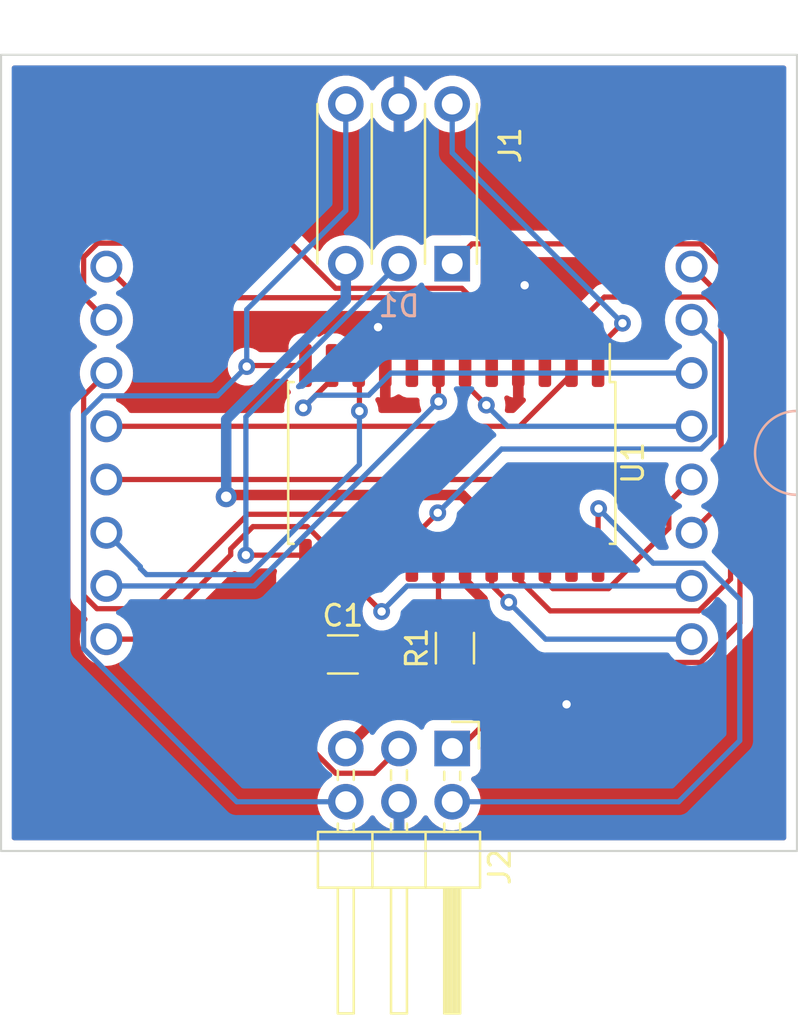
<source format=kicad_pcb>
(kicad_pcb (version 20211014) (generator pcbnew)
  (title_block (title "Ir.") (date "Vandaag") (rev ">0") (company "Ja, leuk"))
  (layers (0 "F.Cu" signal) (31 "B.Cu" signal) (34 "B.Paste" user) (35 "F.Paste" user) (36 "B.SilkS" user "B.Silkscreen") (37 "F.SilkS" user "F.Silkscreen") (38 "B.Mask" user) (39 "F.Mask" user) (44 "Edge.Cuts" user))
  (net 0 "")
  (net 1 "GND")
  (net 2 "Vcc")
  (net 3 "row5")
  (net 4 "row7")
  (net 5 "column2")
  (net 6 "column3")
  (net 7 "row8")
  (net 8 "column5")
  (net 9 "row6")
  (net 10 "row3")
  (net 11 "row1")
  (net 12 "column4")
  (net 13 "column6")
  (net 14 "row4")
  (net 15 "column1")
  (net 16 "row2")
  (net 17 "column7")
  (net 18 "column8")
  (net 19 "D_fwd")
  (net 20 "Din")
  (net 21 "clk")
  (net 22 "load")
  (net 23 "Dout")
  (net 24 "Net-(R1-Pad2)")
  (footprint "led-matrix:PinSocket_2x03_P2.54mm_Horizontal" (layer "F.Cu") (at 121.54 109.97 -90)
    (fp_text reference "J1" (at -5.65 -2.77 -90) (layer "F.SilkS"))
    (fp_text value "Conn_02x03_Input")
    (fp_line (start -7.62 3.83905) (end 0 3.83905) (layer "F.SilkS") (width 0.12))
    (fp_line (start -7.62 6.43905) (end 0 6.43905) (layer "F.SilkS") (width 0.12))
    (fp_line (start -7.62 1.29905) (end 0 1.29905) (layer "F.SilkS") (width 0.12))
    (fp_line (start -7.62 -1.18095) (end 0 -1.18095) (layer "F.SilkS") (width 0.12))
    (pad "1" thru_hole rect (at 0 0 270) (size 1.7 1.7) (drill 1) (layers *.Cu *.Mask) (net 19 "D_fwd"))
    (pad "2" thru_hole oval (at -7.62 0 270) (size 1.7 1.7) (drill 1) (layers *.Cu *.Mask) (net 20 "Din"))
    (pad "3" thru_hole oval (at 0 2.54 270) (size 1.7 1.7) (drill 1) (layers *.Cu *.Mask) (net 21 "clk"))
    (pad "4" thru_hole oval (at -7.62 2.54 270) (size 1.7 1.7) (drill 1) (layers *.Cu *.Mask) (net 1 "GND"))
    (pad "5" thru_hole oval (at 0 5.08 270) (size 1.7 1.7) (drill 1) (layers *.Cu *.Mask) (net 2 "Vcc"))
    (pad "6" thru_hole oval (at -7.62 5.08 270) (size 1.7 1.7) (drill 1) (layers *.Cu *.Mask) (net 22 "load"))
  )
  (footprint "Resistor_SMD:R_1206_3216Metric_Pad1.30x1.75mm_HandSolder" (layer "F.Cu") (at 121.67 128.32 90)
    (fp_text reference "R1" (at 0 -1.82 90) (layer "F.SilkS"))
    (fp_text value "28 K")
    (fp_line (start -0.727064 -0.91) (end 0.727064 -0.91) (layer "F.SilkS") (width 0.12))
    (fp_line (start -0.727064 0.91) (end 0.727064 0.91) (layer "F.SilkS") (width 0.12))
    (pad "1" smd roundrect (at -1.55 0 90) (size 1.3 1.75) (layers "F.Cu" "F.Paste" "F.Mask") (roundrect_rratio 0.192308) (net 2 "Vcc"))
    (pad "2" smd roundrect (at 1.55 0 90) (size 1.3 1.75) (layers "F.Cu" "F.Paste" "F.Mask") (roundrect_rratio 0.192308) (net 24 "Net-(R1-Pad2)"))
  )
  (footprint "Package_SO:SOIC-24W_7.5x15.4mm_P1.27mm" (layer "F.Cu") (at 121.52 119.48 -90)
    (fp_text reference "U1" (at 0 -8.65 90) (layer "F.SilkS"))
    (fp_text value "MAX7219")
    (fp_line (start -3.86 -7.81) (end -3.86 -7.545) (layer "F.SilkS") (width 0.12))
    (fp_line (start 0 7.81) (end -3.86 7.81) (layer "F.SilkS") (width 0.12))
    (fp_line (start -3.86 7.81) (end -3.86 7.545) (layer "F.SilkS") (width 0.12))
    (fp_line (start 0 -7.81) (end 3.86 -7.81) (layer "F.SilkS") (width 0.12))
    (fp_line (start 0 7.81) (end 3.86 7.81) (layer "F.SilkS") (width 0.12))
    (fp_line (start 3.86 -7.81) (end 3.86 -7.545) (layer "F.SilkS") (width 0.12))
    (fp_line (start 0 -7.81) (end -3.86 -7.81) (layer "F.SilkS") (width 0.12))
    (fp_line (start 3.86 7.81) (end 3.86 7.545) (layer "F.SilkS") (width 0.12))
    (fp_line (start -3.86 -7.545) (end -5.675 -7.545) (layer "F.SilkS") (width 0.12))
    (pad "1" smd roundrect (at -4.65 -6.985 270) (size 2.05 0.6) (layers "F.Cu" "F.Paste" "F.Mask") (net 20 "Din"))
    (pad "2" smd roundrect (at -4.65 -5.715 270) (size 2.05 0.6) (layers "F.Cu" "F.Paste" "F.Mask") (net 15 "column1"))
    (pad "3" smd roundrect (at -4.65 -4.445 270) (size 2.05 0.6) (layers "F.Cu" "F.Paste" "F.Mask") (net 8 "column5"))
    (pad "4" smd roundrect (at -4.65 -3.175 270) (size 2.05 0.6) (layers "F.Cu" "F.Paste" "F.Mask") (net 1 "GND"))
    (pad "5" smd roundrect (at -4.65 -1.905 270) (size 2.05 0.6) (layers "F.Cu" "F.Paste" "F.Mask") (net 17 "column7"))
    (pad "6" smd roundrect (at -4.65 -0.635 270) (size 2.05 0.6) (layers "F.Cu" "F.Paste" "F.Mask") (net 6 "column3"))
    (pad "7" smd roundrect (at -4.65 0.635 270) (size 2.05 0.6) (layers "F.Cu" "F.Paste" "F.Mask") (net 12 "column4"))
    (pad "8" smd roundrect (at -4.65 1.905 270) (size 2.05 0.6) (layers "F.Cu" "F.Paste" "F.Mask") (net 18 "column8"))
    (pad "9" smd roundrect (at -4.65 3.175 270) (size 2.05 0.6) (layers "F.Cu" "F.Paste" "F.Mask") (net 1 "GND"))
    (pad "10" smd roundrect (at -4.65 4.445 270) (size 2.05 0.6) (layers "F.Cu" "F.Paste" "F.Mask") (net 13 "column6"))
    (pad "11" smd roundrect (at -4.65 5.715 270) (size 2.05 0.6) (layers "F.Cu" "F.Paste" "F.Mask") (net 5 "column2"))
    (pad "12" smd roundrect (at -4.65 6.985 270) (size 2.05 0.6) (layers "F.Cu" "F.Paste" "F.Mask") (net 22 "load"))
    (pad "13" smd roundrect (at 4.65 6.985 270) (size 2.05 0.6) (layers "F.Cu" "F.Paste" "F.Mask") (net 21 "clk"))
    (pad "14" smd roundrect (at 4.65 5.715 270) (size 2.05 0.6) (layers "F.Cu" "F.Paste" "F.Mask") (net 11 "row1"))
    (pad "15" smd roundrect (at 4.65 4.445 270) (size 2.05 0.6) (layers "F.Cu" "F.Paste" "F.Mask") (net 9 "row6"))
    (pad "16" smd roundrect (at 4.65 3.175 270) (size 2.05 0.6) (layers "F.Cu" "F.Paste" "F.Mask") (net 16 "row2"))
    (pad "17" smd roundrect (at 4.65 1.905 270) (size 2.05 0.6) (layers "F.Cu" "F.Paste" "F.Mask") (net 4 "row7"))
    (pad "18" smd roundrect (at 4.65 0.635 270) (size 2.05 0.6) (layers "F.Cu" "F.Paste" "F.Mask") (net 24 "Net-(R1-Pad2)"))
    (pad "19" smd roundrect (at 4.65 -0.635 270) (size 2.05 0.6) (layers "F.Cu" "F.Paste" "F.Mask") (net 2 "Vcc"))
    (pad "20" smd roundrect (at 4.65 -1.905 270) (size 2.05 0.6) (layers "F.Cu" "F.Paste" "F.Mask") (net 10 "row3"))
    (pad "21" smd roundrect (at 4.65 -3.175 270) (size 2.05 0.6) (layers "F.Cu" "F.Paste" "F.Mask") (net 3 "row5"))
    (pad "22" smd roundrect (at 4.65 -4.445 270) (size 2.05 0.6) (layers "F.Cu" "F.Paste" "F.Mask") (net 7 "row8"))
    (pad "23" smd roundrect (at 4.65 -5.715 270) (size 2.05 0.6) (layers "F.Cu" "F.Paste" "F.Mask") (net 14 "row4"))
    (pad "24" smd roundrect (at 4.65 -6.985 270) (size 2.05 0.6) (layers "F.Cu" "F.Paste" "F.Mask") (net 23 "Dout"))
  )
  (footprint "Connector_PinHeader_2.54mm:PinHeader_2x03_P2.54mm_Horizontal" (layer "F.Cu") (at 121.54 133.11 -90)
    (fp_text reference "J2" (at 5.655 -2.27 90) (layer "F.SilkS"))
    (fp_text value "Conn_02x03_Output")
    (fp_line (start 12.64 0.38) (end 6.64 0.38) (layer "F.SilkS") (width 0.12))
    (fp_line (start 6.64 -0.08) (end 12.64 -0.08) (layer "F.SilkS") (width 0.12))
    (fp_line (start 6.64 0.16) (end 12.64 0.16) (layer "F.SilkS") (width 0.12))
    (fp_line (start 6.64 -0.38) (end 12.64 -0.38) (layer "F.SilkS") (width 0.12))
    (fp_line (start 6.64 2.16) (end 12.64 2.16) (layer "F.SilkS") (width 0.12))
    (fp_line (start 3.98 -1.33) (end 3.98 6.41) (layer "F.SilkS") (width 0.12))
    (fp_line (start -1.27 0) (end -1.27 -1.27) (layer "F.SilkS") (width 0.12))
    (fp_line (start 6.64 6.41) (end 6.64 -1.33) (layer "F.SilkS") (width 0.12))
    (fp_line (start 6.64 -1.33) (end 3.98 -1.33) (layer "F.SilkS") (width 0.12))
    (fp_line (start 6.64 0.28) (end 12.64 0.28) (layer "F.SilkS") (width 0.12))
    (fp_line (start 6.64 -0.32) (end 12.64 -0.32) (layer "F.SilkS") (width 0.12))
    (fp_line (start -1.27 -1.27) (end 0 -1.27) (layer "F.SilkS") (width 0.12))
    (fp_line (start 3.582929 4.7) (end 3.98 4.7) (layer "F.SilkS") (width 0.12))
    (fp_line (start 1.042929 5.46) (end 1.497071 5.46) (layer "F.SilkS") (width 0.12))
    (fp_line (start 1.11 -0.38) (end 1.497071 -0.38) (layer "F.SilkS") (width 0.12))
    (fp_line (start 3.582929 2.92) (end 3.98 2.92) (layer "F.SilkS") (width 0.12))
    (fp_line (start 1.042929 2.92) (end 1.497071 2.92) (layer "F.SilkS") (width 0.12))
    (fp_line (start 3.98 1.27) (end 6.64 1.27) (layer "F.SilkS") (width 0.12))
    (fp_line (start 12.64 2.92) (end 6.64 2.92) (layer "F.SilkS") (width 0.12))
    (fp_line (start 3.582929 -0.38) (end 3.98 -0.38) (layer "F.SilkS") (width 0.12))
    (fp_line (start 3.582929 5.46) (end 3.98 5.46) (layer "F.SilkS") (width 0.12))
    (fp_line (start 12.64 5.46) (end 6.64 5.46) (layer "F.SilkS") (width 0.12))
    (fp_line (start 3.98 3.81) (end 6.64 3.81) (layer "F.SilkS") (width 0.12))
    (fp_line (start 1.11 0.38) (end 1.497071 0.38) (layer "F.SilkS") (width 0.12))
    (fp_line (start 3.582929 0.38) (end 3.98 0.38) (layer "F.SilkS") (width 0.12))
    (fp_line (start 12.64 -0.38) (end 12.64 0.38) (layer "F.SilkS") (width 0.12))
    (fp_line (start 3.98 6.41) (end 6.64 6.41) (layer "F.SilkS") (width 0.12))
    (fp_line (start 1.042929 4.7) (end 1.497071 4.7) (layer "F.SilkS") (width 0.12))
    (fp_line (start 6.64 0.04) (end 12.64 0.04) (layer "F.SilkS") (width 0.12))
    (fp_line (start 12.64 2.16) (end 12.64 2.92) (layer "F.SilkS") (width 0.12))
    (fp_line (start 6.64 -0.2) (end 12.64 -0.2) (layer "F.SilkS") (width 0.12))
    (fp_line (start 12.64 4.7) (end 12.64 5.46) (layer "F.SilkS") (width 0.12))
    (fp_line (start 6.64 4.7) (end 12.64 4.7) (layer "F.SilkS") (width 0.12))
    (fp_line (start 3.582929 2.16) (end 3.98 2.16) (layer "F.SilkS") (width 0.12))
    (fp_line (start 1.042929 2.16) (end 1.497071 2.16) (layer "F.SilkS") (width 0.12))
    (pad "1" thru_hole rect (at 0 0 270) (size 1.7 1.7) (drill 1) (layers *.Cu *.Mask) (net 19 "D_fwd"))
    (pad "2" thru_hole oval (at 2.54 0 270) (size 1.7 1.7) (drill 1) (layers *.Cu *.Mask) (net 23 "Dout"))
    (pad "3" thru_hole oval (at 0 2.54 270) (size 1.7 1.7) (drill 1) (layers *.Cu *.Mask) (net 21 "clk"))
    (pad "4" thru_hole oval (at 2.54 2.54 270) (size 1.7 1.7) (drill 1) (layers *.Cu *.Mask) (net 1 "GND"))
    (pad "5" thru_hole oval (at 0 5.08 270) (size 1.7 1.7) (drill 1) (layers *.Cu *.Mask) (net 2 "Vcc"))
    (pad "6" thru_hole oval (at 2.54 5.08 270) (size 1.7 1.7) (drill 1) (layers *.Cu *.Mask) (net 22 "load"))
  )
  (footprint "Capacitor_SMD:C_1206_3216Metric_Pad1.33x1.80mm_HandSolder" (layer "F.Cu") (at 116.32 128.62)
    (fp_text reference "C1" (at 0 -1.85) (layer "F.SilkS"))
    (fp_text value "0.1 uF")
    (fp_line (start -0.711252 -0.91) (end 0.711252 -0.91) (layer "F.SilkS") (width 0.12))
    (fp_line (start -0.711252 0.91) (end 0.711252 0.91) (layer "F.SilkS") (width 0.12))
    (pad "1" smd roundrect (at -1.5625 0) (size 1.325 1.8) (layers "F.Cu" "F.Paste" "F.Mask") (roundrect_rratio 0.188679) (net 1 "GND"))
    (pad "2" smd roundrect (at 1.5625 0) (size 1.325 1.8) (layers "F.Cu" "F.Paste" "F.Mask") (roundrect_rratio 0.188679) (net 2 "Vcc"))
  )
  (footprint "led-matrix:8x8_led_matrix_38mm" (layer "B.Cu") (at 119 119 180)
    (fp_text reference "D1" (at 0 7 unlocked) (layer "B.SilkS") (effects (justify mirror)))
    (fp_text value "1588BS")
    (fp_arc (start -19 -2) (mid -17 0) (end -19 2) (layer "B.SilkS") (width 0.12))
    (pad "1" thru_hole circle (at -13.97 8.89 180) (size 1.524 1.524) (drill 1) (layers *.Cu *.Mask) (net 3 "row5"))
    (pad "2" thru_hole circle (at -13.97 6.35 180) (size 1.524 1.524) (drill 1) (layers *.Cu *.Mask) (net 4 "row7"))
    (pad "3" thru_hole circle (at -13.97 3.81 180) (size 1.524 1.524) (drill 1) (layers *.Cu *.Mask) (net 5 "column2"))
    (pad "4" thru_hole circle (at -13.97 1.27 180) (size 1.524 1.524) (drill 1) (layers *.Cu *.Mask) (net 6 "column3"))
    (pad "5" thru_hole circle (at -13.97 -1.27 180) (size 1.524 1.524) (drill 1) (layers *.Cu *.Mask) (net 7 "row8"))
    (pad "6" thru_hole circle (at -13.97 -3.81 180) (size 1.524 1.524) (drill 1) (layers *.Cu *.Mask) (net 8 "column5"))
    (pad "7" thru_hole circle (at -13.97 -6.35 180) (size 1.524 1.524) (drill 1) (layers *.Cu *.Mask) (net 9 "row6"))
    (pad "8" thru_hole circle (at -13.97 -8.89 180) (size 1.524 1.524) (drill 1) (layers *.Cu *.Mask) (net 10 "row3"))
    (pad "9" thru_hole circle (at 13.97 -8.89 180) (size 1.524 1.524) (drill 1) (layers *.Cu *.Mask) (net 11 "row1"))
    (pad "10" thru_hole circle (at 13.97 -6.35 180) (size 1.524 1.524) (drill 1) (layers *.Cu *.Mask) (net 12 "column4"))
    (pad "11" thru_hole circle (at 13.97 -3.81 180) (size 1.524 1.524) (drill 1) (layers *.Cu *.Mask) (net 13 "column6"))
    (pad "12" thru_hole circle (at 13.97 -1.27 180) (size 1.524 1.524) (drill 1) (layers *.Cu *.Mask) (net 14 "row4"))
    (pad "13" thru_hole circle (at 13.97 1.27 180) (size 1.524 1.524) (drill 1) (layers *.Cu *.Mask) (net 15 "column1"))
    (pad "14" thru_hole circle (at 13.97 3.81 180) (size 1.524 1.524) (drill 1) (layers *.Cu *.Mask) (net 16 "row2"))
    (pad "15" thru_hole circle (at 13.97 6.35 180) (size 1.524 1.524) (drill 1) (layers *.Cu *.Mask) (net 17 "column7"))
    (pad "16" thru_hole circle (at 13.97 8.89 180) (size 1.524 1.524) (drill 1) (layers *.Cu *.Mask) (net 18 "column8"))
  )
  (gr_rect (start 100 100) (end 138 138) (layer "Edge.Cuts") (width 0.1) (fill none))
  (segment (start 118.345 113.345) (end 118 113) (width 0.25) (layer "F.Cu") (net 1))
  (segment (start 118.345 114.83) (end 118.345 113.345) (width 0.25) (layer "F.Cu") (net 1))
  (via (at 125 111) (size 0.8) (drill 0.4) (layers "F.Cu" "B.Cu") (net 1))
  (via (at 118 113) (size 0.8) (drill 0.4) (layers "F.Cu" "B.Cu") (net 1))
  (via (at 127 131) (size 0.8) (drill 0.4) (layers "F.Cu" "B.Cu") (net 1))
  (segment (start 122.75 121.75) (end 122.010489 121.010489) (width 0.5) (layer "F.Cu") (net 2))
  (segment (start 122.99452 128.54548) (end 122.99452 125.99452) (width 0.5) (layer "F.Cu") (net 2))
  (segment (start 122.155 123.095) (end 122.75 122.5) (width 0.5) (layer "F.Cu") (net 2))
  (segment (start 116.46 133.11) (end 119.7 129.87) (width 0.5) (layer "F.Cu") (net 2))
  (segment (start 122.155 125.155) (end 122.155 124.13) (width 0.5) (layer "F.Cu") (net 2))
  (segment (start 121.67 129.87) (end 122.99452 128.54548) (width 0.5) (layer "F.Cu") (net 2))
  (segment (start 117.8825 128.62) (end 118.45 128.62) (width 0.5) (layer "F.Cu") (net 2))
  (segment (start 119.7 129.87) (end 121.67 129.87) (width 0.5) (layer "F.Cu") (net 2))
  (segment (start 122.75 122.5) (end 122.75 121.75) (width 0.5) (layer "F.Cu") (net 2))
  (segment (start 110.8445 121) (end 110.75 121.0945) (width 0.25) (layer "F.Cu") (net 2))
  (segment (start 122.010489 121.010489) (end 110.834011 121.010489) (width 0.5) (layer "F.Cu") (net 2))
  (segment (start 122.155 124.13) (end 122.155 123.095) (width 0.5) (layer "F.Cu") (net 2))
  (segment (start 110.834011 121.010489) (end 110.75 121.0945) (width 0.5) (layer "F.Cu") (net 2))
  (segment (start 118.45 128.62) (end 119.7 129.87) (width 0.5) (layer "F.Cu") (net 2))
  (segment (start 122.99452 125.99452) (end 122.155 125.155) (width 0.5) (layer "F.Cu") (net 2))
  (via (at 110.75 121.0945) (size 1) (drill 0.5) (layers "F.Cu" "B.Cu") (net 2))
  (segment (start 116.46 109.97) (end 116.46 111.697506) (width 0.5) (layer "B.Cu") (net 2))
  (segment (start 110.75 117.407506) (end 110.75 121.0945) (width 0.5) (layer "B.Cu") (net 2))
  (segment (start 116.46 111.697506) (end 110.75 117.407506) (width 0.5) (layer "B.Cu") (net 2))
  (segment (start 132.97 110.11) (end 134.82952 111.96952) (width 0.25) (layer "F.Cu") (net 3))
  (segment (start 134.82952 111.96952) (end 134.82952 125.02704) (width 0.25) (layer "F.Cu") (net 3))
  (segment (start 124.695 125.015) (end 124.695 124.13) (width 0.25) (layer "F.Cu") (net 3))
  (segment (start 134.82952 125.02704) (end 133.31656 126.54) (width 0.25) (layer "F.Cu") (net 3))
  (segment (start 133.31656 126.54) (end 126.22 126.54) (width 0.25) (layer "F.Cu") (net 3))
  (segment (start 126.22 126.54) (end 124.695 125.015) (width 0.25) (layer "F.Cu") (net 3))
  (segment (start 119.615 123.095) (end 120.85 121.86) (width 0.25) (layer "F.Cu") (net 4))
  (segment (start 119.615 124.13) (end 119.615 123.095) (width 0.25) (layer "F.Cu") (net 4))
  (via (at 120.85 121.86) (size 0.8) (drill 0.4) (layers "F.Cu" "B.Cu") (net 4))
  (segment (start 134.07 118.16656) (end 134.07 113.75) (width 0.25) (layer "B.Cu") (net 4))
  (segment (start 133.420049 118.816511) (end 134.07 118.16656) (width 0.25) (layer "B.Cu") (net 4))
  (segment (start 134.07 113.75) (end 132.97 112.65) (width 0.25) (layer "B.Cu") (net 4))
  (segment (start 120.85 121.86) (end 123.893489 118.816511) (width 0.25) (layer "B.Cu") (net 4))
  (segment (start 123.893489 118.816511) (end 133.420049 118.816511) (width 0.25) (layer "B.Cu") (net 4))
  (segment (start 115.805 114.83) (end 115.805 115.475) (width 0.25) (layer "F.Cu") (net 5))
  (segment (start 115.805 115.475) (end 114.43 116.85) (width 0.25) (layer "F.Cu") (net 5))
  (via (at 114.43 116.85) (size 0.8) (drill 0.4) (layers "F.Cu" "B.Cu") (net 5))
  (segment (start 114.43 116.85) (end 115.034511 116.245489) (width 0.25) (layer "B.Cu") (net 5))
  (segment (start 115.034511 116.245489) (end 117.555489 116.245489) (width 0.25) (layer "B.Cu") (net 5))
  (segment (start 117.555489 116.245489) (end 118.610978 115.19) (width 0.25) (layer "B.Cu") (net 5))
  (segment (start 118.610978 115.19) (end 132.97 115.19) (width 0.25) (layer "B.Cu") (net 5))
  (segment (start 122.155 114.83) (end 122.155 114.885) (width 0.25) (layer "F.Cu") (net 6))
  (segment (start 122.15 114.89) (end 122.15 115.7) (width 0.25) (layer "F.Cu") (net 6))
  (segment (start 122.155 114.885) (end 122.15 114.89) (width 0.25) (layer "F.Cu") (net 6))
  (segment (start 122.15 115.7) (end 123.17 116.72) (width 0.25) (layer "F.Cu") (net 6))
  (via (at 123.17 116.72) (size 0.8) (drill 0.4) (layers "F.Cu" "B.Cu") (net 6))
  (segment (start 124.18 117.73) (end 132.97 117.73) (width 0.25) (layer "B.Cu") (net 6))
  (segment (start 123.17 116.72) (end 124.18 117.73) (width 0.25) (layer "B.Cu") (net 6))
  (segment (start 131.883489 121.356511) (end 131.883489 122.596511) (width 0.25) (layer "F.Cu") (net 7))
  (segment (start 129.00048 125.47952) (end 126.34952 125.47952) (width 0.25) (layer "F.Cu") (net 7))
  (segment (start 126.34952 125.47952) (end 125.965 125.095) (width 0.25) (layer "F.Cu") (net 7))
  (segment (start 132.97 120.27) (end 131.883489 121.356511) (width 0.25) (layer "F.Cu") (net 7))
  (segment (start 131.883489 122.596511) (end 129.00048 125.47952) (width 0.25) (layer "F.Cu") (net 7))
  (segment (start 125.965 125.095) (end 125.965 124.13) (width 0.25) (layer "F.Cu") (net 7))
  (segment (start 133.683489 111.563489) (end 134.38 112.26) (width 0.25) (layer "F.Cu") (net 8))
  (segment (start 134.38 112.26) (end 134.38 121.4) (width 0.25) (layer "F.Cu") (net 8))
  (segment (start 134.38 121.4) (end 132.97 122.81) (width 0.25) (layer "F.Cu") (net 8))
  (segment (start 125.965 114.403928) (end 128.805439 111.563489) (width 0.25) (layer "F.Cu") (net 8))
  (segment (start 125.965 114.83) (end 125.965 114.403928) (width 0.25) (layer "F.Cu") (net 8))
  (segment (start 128.805439 111.563489) (end 133.683489 111.563489) (width 0.25) (layer "F.Cu") (net 8))
  (segment (start 117.075 125.475) (end 118.17 126.57) (width 0.25) (layer "F.Cu") (net 9))
  (segment (start 117.075 124.13) (end 117.075 125.475) (width 0.25) (layer "F.Cu") (net 9))
  (via (at 118.17 126.57) (size 0.8) (drill 0.4) (layers "F.Cu" "B.Cu") (net 9))
  (segment (start 119.39 125.35) (end 132.97 125.35) (width 0.25) (layer "B.Cu") (net 9))
  (segment (start 118.17 126.57) (end 119.39 125.35) (width 0.25) (layer "B.Cu") (net 9))
  (segment (start 123.425 124.13) (end 123.425 125.315) (width 0.25) (layer "F.Cu") (net 10))
  (segment (start 123.425 125.315) (end 124.24 126.13) (width 0.25) (layer "F.Cu") (net 10))
  (via (at 124.24 126.13) (size 0.8) (drill 0.4) (layers "F.Cu" "B.Cu") (net 10))
  (segment (start 126 127.89) (end 132.97 127.89) (width 0.25) (layer "B.Cu") (net 10))
  (segment (start 124.24 126.13) (end 126 127.89) (width 0.25) (layer "B.Cu") (net 10))
  (segment (start 112.025386 122.52) (end 110.965489 123.579897) (width 0.25) (layer "F.Cu") (net 11))
  (segment (start 110.965489 123.579897) (end 110.965489 123.874511) (width 0.25) (layer "F.Cu") (net 11))
  (segment (start 106.95 127.89) (end 105.03 127.89) (width 0.25) (layer "F.Cu") (net 11))
  (segment (start 115.805 124.13) (end 115.805 123.703928) (width 0.25) (layer "F.Cu") (net 11))
  (segment (start 110.965489 123.874511) (end 106.95 127.89) (width 0.25) (layer "F.Cu") (net 11))
  (segment (start 114.621072 122.52) (end 112.025386 122.52) (width 0.25) (layer "F.Cu") (net 11))
  (segment (start 115.805 123.703928) (end 114.621072 122.52) (width 0.25) (layer "F.Cu") (net 11))
  (segment (start 120.885 114.83) (end 120.885 116.545) (width 0.25) (layer "F.Cu") (net 12))
  (segment (start 120.885 116.545) (end 120.89 116.55) (width 0.25) (layer "F.Cu") (net 12))
  (via (at 120.89 116.55) (size 0.8) (drill 0.4) (layers "F.Cu" "B.Cu") (net 12))
  (segment (start 120.89 116.55) (end 112.09 125.35) (width 0.25) (layer "B.Cu") (net 12))
  (segment (start 112.09 125.35) (end 105.03 125.35) (width 0.25) (layer "B.Cu") (net 12))
  (segment (start 117.075 114.83) (end 117.075 115.695) (width 0.25) (layer "F.Cu") (net 13))
  (segment (start 117.11 114.865) (end 117.075 114.83) (width 0.25) (layer "F.Cu") (net 13))
  (segment (start 117.11 117.0055) (end 117.11 114.865) (width 0.25) (layer "F.Cu") (net 13))
  (via (at 117.11 117.0055) (size 0.8) (drill 0.4) (layers "F.Cu" "B.Cu") (net 13))
  (segment (start 106.65 124.43) (end 105.03 122.81) (width 0.25) (layer "B.Cu") (net 13))
  (segment (start 117.11 117.0055) (end 117.11 119.56) (width 0.25) (layer "B.Cu") (net 13))
  (segment (start 106.95 124.81) (end 106.65 124.51) (width 0.25) (layer "B.Cu") (net 13))
  (segment (start 117.11 119.56) (end 111.86 124.81) (width 0.25) (layer "B.Cu") (net 13))
  (segment (start 106.65 124.51) (end 106.65 124.43) (width 0.25) (layer "B.Cu") (net 13))
  (segment (start 111.86 124.81) (end 106.95 124.81) (width 0.25) (layer "B.Cu") (net 13))
  (segment (start 127.235 124.13) (end 127.235 123.703928) (width 0.25) (layer "F.Cu") (net 14))
  (segment (start 123.801072 120.27) (end 105.03 120.27) (width 0.25) (layer "F.Cu") (net 14))
  (segment (start 127.235 123.703928) (end 123.801072 120.27) (width 0.25) (layer "F.Cu") (net 14))
  (segment (start 105.03 117.73) (end 124.761072 117.73) (width 0.25) (layer "F.Cu") (net 15))
  (segment (start 127.235 115.256072) (end 127.235 114.83) (width 0.25) (layer "F.Cu") (net 15))
  (segment (start 124.761072 117.73) (end 127.235 115.256072) (width 0.25) (layer "F.Cu") (net 15))
  (segment (start 104.579951 126.436511) (end 107.273489 126.436511) (width 0.25) (layer "F.Cu") (net 16))
  (segment (start 116.571072 121.93) (end 118.345 123.703928) (width 0.25) (layer "F.Cu") (net 16))
  (segment (start 107.273489 126.436511) (end 111.78 121.93) (width 0.25) (layer "F.Cu") (net 16))
  (segment (start 105.03 115.19) (end 103.943489 116.276511) (width 0.25) (layer "F.Cu") (net 16))
  (segment (start 118.345 123.703928) (end 118.345 124.13) (width 0.25) (layer "F.Cu") (net 16))
  (segment (start 103.943489 116.276511) (end 103.943489 125.800049) (width 0.25) (layer "F.Cu") (net 16))
  (segment (start 111.78 121.93) (end 116.571072 121.93) (width 0.25) (layer "F.Cu") (net 16))
  (segment (start 103.943489 125.800049) (end 104.579951 126.436511) (width 0.25) (layer "F.Cu") (net 16))
  (segment (start 123.425 114.83) (end 123.425 112.569511) (width 0.25) (layer "F.Cu") (net 17))
  (segment (start 103.943489 111.563489) (end 105.03 112.65) (width 0.25) (layer "F.Cu") (net 17))
  (segment (start 123.425 112.569511) (end 122 111.144511) (width 0.25) (layer "F.Cu") (net 17))
  (segment (start 115.973501 111.144511) (end 113.81899 108.99) (width 0.25) (layer "F.Cu") (net 17))
  (segment (start 104.61344 108.99) (end 103.943489 109.659951) (width 0.25) (layer "F.Cu") (net 17))
  (segment (start 122 111.144511) (end 115.973501 111.144511) (width 0.25) (layer "F.Cu") (net 17))
  (segment (start 113.81899 108.99) (end 104.61344 108.99) (width 0.25) (layer "F.Cu") (net 17))
  (segment (start 103.943489 109.659951) (end 103.943489 111.563489) (width 0.25) (layer "F.Cu") (net 17))
  (segment (start 119.615 114.83) (end 119.615 112.615) (width 0.25) (layer "F.Cu") (net 18))
  (segment (start 119.615 112.615) (end 118.594031 111.594031) (width 0.25) (layer "F.Cu") (net 18))
  (segment (start 106.514031 111.594031) (end 105.03 110.11) (width 0.25) (layer "F.Cu") (net 18))
  (segment (start 118.594031 111.594031) (end 106.514031 111.594031) (width 0.25) (layer "F.Cu") (net 18))
  (segment (start 121.54 109.97) (end 122.486511 109.023489) (width 0.25) (layer "F.Cu") (net 19))
  (segment (start 126 129) (end 133.4 129) (width 0.25) (layer "F.Cu") (net 19))
  (segment (start 121.54 133.11) (end 121.89 133.11) (width 0.25) (layer "F.Cu") (net 19))
  (segment (start 133.420049 109.023489) (end 135.27904 110.88248) (width 0.25) (layer "F.Cu") (net 19))
  (segment (start 135.27904 110.88248) (end 135.27904 127.12096) (width 0.25) (layer "F.Cu") (net 19))
  (segment (start 133.4 129) (end 135.27904 127.12096) (width 0.25) (layer "F.Cu") (net 19))
  (segment (start 122.486511 109.023489) (end 133.420049 109.023489) (width 0.25) (layer "F.Cu") (net 19))
  (segment (start 121.89 133.11) (end 126 129) (width 0.25) (layer "F.Cu") (net 19))
  (segment (start 128.505 113.975) (end 129.67 112.81) (width 0.25) (layer "F.Cu") (net 20))
  (segment (start 128.505 114.83) (end 128.505 113.975) (width 0.25) (layer "F.Cu") (net 20))
  (via (at 129.67 112.81) (size 0.8) (drill 0.4) (layers "F.Cu" "B.Cu") (net 20))
  (segment (start 121.54 104.68) (end 121.54 102.35) (width 0.25) (layer "B.Cu") (net 20))
  (segment (start 129.67 112.81) (end 121.54 104.68) (width 0.25) (layer "B.Cu") (net 20))
  (segment (start 113.77048 132.08149) (end 113.77048 124.89452) (width 0.25) (layer "F.Cu") (net 21))
  (segment (start 119 133.11) (end 117.82 134.29) (width 0.25) (layer "F.Cu") (net 21))
  (segment (start 111.69 123.88) (end 114.285 123.88) (width 0.25) (layer "F.Cu") (net 21))
  (segment (start 115.97899 134.29) (end 113.77048 132.08149) (width 0.25) (layer "F.Cu") (net 21))
  (segment (start 117.82 134.29) (end 115.97899 134.29) (width 0.25) (layer "F.Cu") (net 21))
  (segment (start 114.285 123.88) (end 114.535 124.13) (width 0.25) (layer "F.Cu") (net 21))
  (segment (start 113.77048 124.89452) (end 114.535 124.13) (width 0.25) (layer "F.Cu") (net 21))
  (via (at 111.69 123.88) (size 0.8) (drill 0.4) (layers "F.Cu" "B.Cu") (net 21))
  (segment (start 119 109.97) (end 111.69 117.28) (width 0.25) (layer "B.Cu") (net 21))
  (segment (start 111.69 117.28) (end 111.69 123.88) (width 0.25) (layer "B.Cu") (net 21))
  (segment (start 111.78 114.83) (end 111.73 114.88) (width 0.25) (layer "F.Cu") (net 22))
  (segment (start 114.535 114.83) (end 111.78 114.83) (width 0.25) (layer "F.Cu") (net 22))
  (via (at 111.73 114.88) (size 0.8) (drill 0.4) (layers "F.Cu" "B.Cu") (net 22))
  (segment (start 103.943489 128.340049) (end 103.943489 117.186511) (width 0.25) (layer "B.Cu") (net 22))
  (segment (start 111.73 114.88) (end 111.73 112.16) (width 0.25) (layer "B.Cu") (net 22))
  (segment (start 111.25344 135.65) (end 103.943489 128.340049) (width 0.25) (layer "B.Cu") (net 22))
  (segment (start 116.46 135.65) (end 111.25344 135.65) (width 0.25) (layer "B.Cu") (net 22))
  (segment (start 104.853489 116.276511) (end 110.333489 116.276511) (width 0.25) (layer "B.Cu") (net 22))
  (segment (start 116.46 107.43) (end 116.46 102.35) (width 0.25) (layer "B.Cu") (net 22))
  (segment (start 111.73 112.16) (end 116.46 107.43) (width 0.25) (layer "B.Cu") (net 22))
  (segment (start 110.333489 116.276511) (end 111.73 114.88) (width 0.25) (layer "B.Cu") (net 22))
  (segment (start 103.943489 117.186511) (end 104.853489 116.276511) (width 0.25) (layer "B.Cu") (net 22))
  (segment (start 128.505 124.13) (end 128.505 121.685) (width 0.25) (layer "F.Cu") (net 23))
  (segment (start 128.505 121.685) (end 128.53 121.66) (width 0.25) (layer "F.Cu") (net 23))
  (via (at 128.53 121.66) (size 0.8) (drill 0.4) (layers "F.Cu" "B.Cu") (net 23))
  (segment (start 133.543489 124.263489) (end 131.133489 124.263489) (width 0.25) (layer "B.Cu") (net 23))
  (segment (start 121.54 135.65) (end 132.35 135.65) (width 0.25) (layer "B.Cu") (net 23))
  (segment (start 131.133489 124.263489) (end 128.53 121.66) (width 0.25) (layer "B.Cu") (net 23))
  (segment (start 135.27 125.99) (end 133.543489 124.263489) (width 0.25) (layer "B.Cu") (net 23))
  (segment (start 135.27 132.73) (end 135.27 125.99) (width 0.25) (layer "B.Cu") (net 23))
  (segment (start 132.35 135.65) (end 135.27 132.73) (width 0.25) (layer "B.Cu") (net 23))
  (segment (start 120.885 124.13) (end 120.885 125.985) (width 0.25) (layer "F.Cu") (net 24))
  (segment (start 120.885 125.985) (end 121.67 126.77) (width 0.25) (layer "F.Cu") (net 24))
  (zone (net 1) (net_name "GND") (layer "F.Cu") (connect_pads (clearance 0.508)) (min_thickness 0.254) (fill yes (thermal_gap 0.508) (thermal_bridge_width 0.508))
    (polygon (pts (xy 138 138) (xy 100 138) (xy 100 100) (xy 138 100)))
  )
  (zone (net 1) (net_name "GND") (layer "B.Cu") (connect_pads (clearance 0.508)) (min_thickness 0.254) (fill yes (thermal_gap 0.508) (thermal_bridge_width 0.508))
    (polygon (pts (xy 138 138) (xy 100 138) (xy 100 100) (xy 138 100)))
  )
)
</source>
